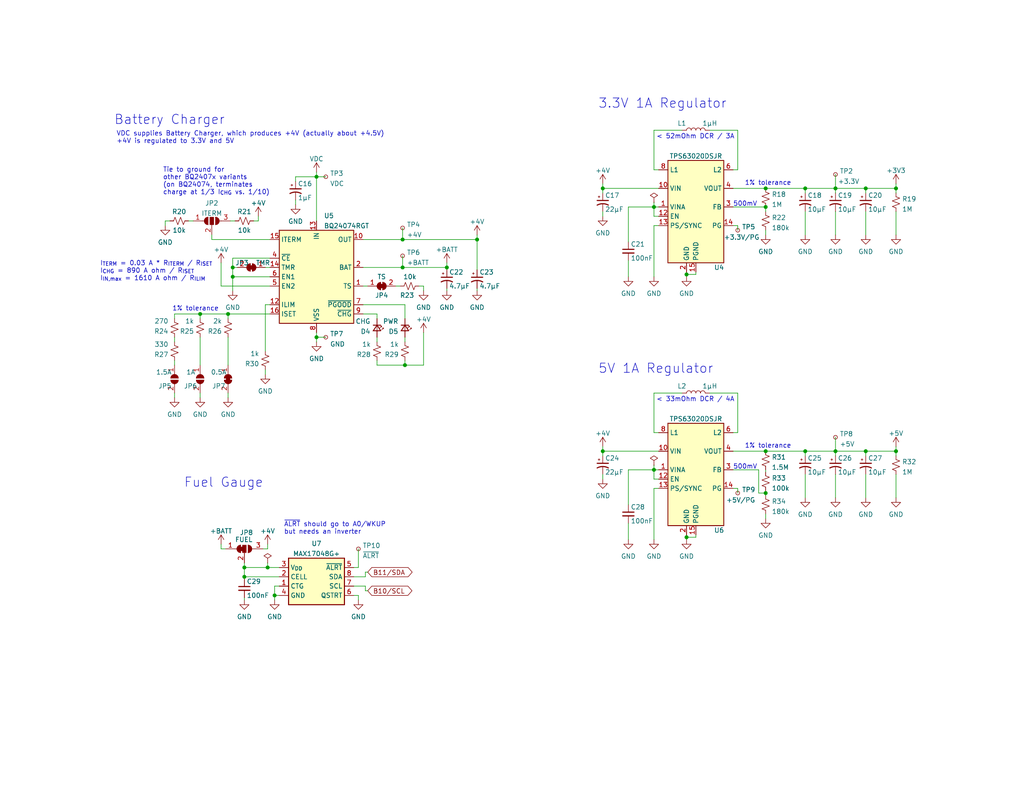
<source format=kicad_sch>
(kicad_sch (version 20211123) (generator eeschema)
  (paper "USLetter")
  (title_block (title "STM32 with Battery") (date "2022-09-15") (rev "1") (company "#overviewer") (comment 1 "STM32 Development Board"))
  (lib_symbols
    (symbol "Battery_Management:BQ24074RGT"
      (property "Reference" "U" (at -8.89 13.97 0))
      (property "Value" "BQ24074RGT" (at 16.51 13.97 0))
      (symbol "BQ24074RGT_1_1"
        (pin passive line (at 12.7 -2.54 180) (length 2.54) (name "TS") (number "1"))
        (pin power_out line (at 12.7 10.16 180) (length 2.54) (name "OUT") (number "10"))
        (pin passive line (at 12.7 10.16 180) (length 2.54) hide (name "OUT") (number "11"))
        (pin passive line (at -12.7 -7.62 0) (length 2.54) (name "ILIM") (number "12"))
        (pin power_in line (at 0 15.24 270) (length 2.54) (name "IN") (number "13"))
        (pin input line (at -12.7 2.54 0) (length 2.54) (name "TMR") (number "14"))
        (pin input line (at -12.7 10.16 0) (length 2.54) (name "ITERM") (number "15"))
        (pin passive line (at -12.7 -10.16 0) (length 2.54) (name "ISET") (number "16"))
        (pin passive line (at 0 -15.24 90) (length 2.54) hide (name "VSS") (number "17"))
        (pin power_out line (at 12.7 2.54 180) (length 2.54) (name "BAT") (number "2"))
        (pin passive line (at 12.7 2.54 180) (length 2.54) hide (name "BAT") (number "3"))
        (pin input line (at -12.7 5.08 0) (length 2.54) (name "~{CE}") (number "4"))
        (pin input line (at -12.7 -2.54 0) (length 2.54) (name "EN2") (number "5"))
        (pin input line (at -12.7 0 0) (length 2.54) (name "EN1") (number "6"))
        (pin open_collector line (at 12.7 -7.62 180) (length 2.54) (name "~{PGOOD}") (number "7"))
        (pin power_in line (at 0 -15.24 90) (length 2.54) (name "VSS") (number "8"))
        (pin open_collector line (at 12.7 -10.16 180) (length 2.54) (name "~{CHG}") (number "9"))
      )
    )
    (symbol "Connector:TestPoint_Small" (pin_numbers hide) (pin_names (offset 0.762) hide)
      (property "Reference" "TP" (at 0 3.81 0))
      (property "Value" "TestPoint_Small" (at 0 2.032 0))
      (symbol "TestPoint_Small_1_1"
        (pin passive line (at 0 0 90) (length 0) (name "1") (number "1"))
      )
    )
    (symbol "Device:C_Polarized_Small_US" (pin_numbers hide) (pin_names (offset 0.254) hide)
      (property "Reference" "C" (at 0.254 1.778 0))
      (property "Value" "C_Polarized_Small_US" (at 0.254 -2.032 0))
      (symbol "C_Polarized_Small_US_1_1"
        (pin passive line (at 0 2.54 270) (length 2.032) (name "~") (number "1"))
        (pin passive line (at 0 -2.54 90) (length 2.032) (name "~") (number "2"))
      )
    )
    (symbol "Device:C_Small" (pin_numbers hide) (pin_names (offset 0.254) hide)
      (property "Reference" "C" (at 0.254 1.778 0))
      (property "Value" "C_Small" (at 0.254 -2.032 0))
      (symbol "C_Small_1_1"
        (pin passive line (at 0 2.54 270) (length 2.032) (name "~") (number "1"))
        (pin passive line (at 0 -2.54 90) (length 2.032) (name "~") (number "2"))
      )
    )
    (symbol "Device:L" (pin_numbers hide) (pin_names (offset 1.016) hide)
      (property "Reference" "L" (at -1.27 0 90))
      (property "Value" "L" (at 1.905 0 90))
      (symbol "L_1_1"
        (pin passive line (at 0 3.81 270) (length 1.27) (name "1") (number "1"))
        (pin passive line (at 0 -3.81 90) (length 1.27) (name "2") (number "2"))
      )
    )
    (symbol "Device:LED_Small" (pin_numbers hide) (pin_names (offset 0.254) hide)
      (property "Reference" "D" (at -1.27 3.175 0))
      (property "Value" "LED_Small" (at -4.445 -2.54 0))
      (symbol "LED_Small_1_1"
        (pin passive line (at -2.54 0 0) (length 1.778) (name "K") (number "1"))
        (pin passive line (at 2.54 0 180) (length 1.778) (name "A") (number "2"))
      )
    )
    (symbol "Device:R_Small_US" (pin_numbers hide) (pin_names (offset 0.254) hide)
      (property "Reference" "R" (at 0.762 0.508 0))
      (property "Value" "R_Small_US" (at 0.762 -1.016 0))
      (symbol "R_Small_US_1_1"
        (pin passive line (at 0 2.54 270) (length 1.016) (name "~") (number "1"))
        (pin passive line (at 0 -2.54 90) (length 1.016) (name "~") (number "2"))
      )
    )
    (symbol "Jumper:SolderJumper_2_Bridged" (pin_names (offset 0) hide)
      (property "Reference" "JP" (at 0 2.032 0))
      (property "Value" "SolderJumper_2_Bridged" (at 0 -2.54 0))
      (symbol "SolderJumper_2_Bridged_1_1"
        (pin passive line (at -3.81 0 0) (length 2.54) (name "A") (number "1"))
        (pin passive line (at 3.81 0 180) (length 2.54) (name "B") (number "2"))
      )
    )
    (symbol "Jumper:SolderJumper_2_Open" (pin_names (offset 0) hide)
      (property "Reference" "JP" (at 0 2.032 0))
      (property "Value" "SolderJumper_2_Open" (at 0 -2.54 0))
      (symbol "SolderJumper_2_Open_1_1"
        (pin passive line (at -3.81 0 0) (length 2.54) (name "A") (number "1"))
        (pin passive line (at 3.81 0 180) (length 2.54) (name "B") (number "2"))
      )
    )
    (symbol "Jumper:SolderJumper_3_Bridged12" (pin_names (offset 0) hide)
      (property "Reference" "JP" (at -2.54 -2.54 0))
      (property "Value" "SolderJumper_3_Bridged12" (at 0 2.794 0))
      (symbol "SolderJumper_3_Bridged12_1_1"
        (pin passive line (at -5.08 0 0) (length 2.54) (name "A") (number "1"))
        (pin input line (at 0 -3.81 90) (length 2.54) (name "C") (number "2"))
        (pin passive line (at 5.08 0 180) (length 2.54) (name "B") (number "3"))
      )
    )
    (symbol "Jumper:SolderJumper_3_Open" (pin_names (offset 0) hide)
      (property "Reference" "JP" (at -2.54 -2.54 0))
      (property "Value" "SolderJumper_3_Open" (at 0 2.794 0))
      (symbol "SolderJumper_3_Open_1_1"
        (pin passive line (at -5.08 0 0) (length 2.54) (name "A") (number "1"))
        (pin input line (at 0 -3.81 90) (length 2.54) (name "C") (number "2"))
        (pin passive line (at 5.08 0 180) (length 2.54) (name "B") (number "3"))
      )
    )
    (symbol "local-symbols:MAX17048G+"
      (property "Reference" "U" (at -7.62 10.16 0))
      (property "Value" "MAX17048G+" (at -7.62 7.62 0))
      (symbol "MAX17048G+_1_1"
        (pin input line (at -10.16 -1.27 0) (length 2.54) (name "CTG") (number "1"))
        (pin input line (at -10.16 1.27 0) (length 2.54) (name "CELL") (number "2"))
        (pin power_in line (at -10.16 3.81 0) (length 2.54) (name "V_{DD}") (number "3"))
        (pin power_in line (at -10.16 -3.81 0) (length 2.54) (name "GND") (number "4"))
        (pin output line (at 10.16 3.81 180) (length 2.54) (name "~{ALRT}") (number "5"))
        (pin input line (at 10.16 -3.81 180) (length 2.54) (name "QSTRT") (number "6"))
        (pin input line (at 10.16 -1.27 180) (length 2.54) (name "SCL") (number "7"))
        (pin bidirectional line (at 10.16 1.27 180) (length 2.54) (name "SDA") (number "8"))
      )
    )
    (symbol "local-symbols:TPS63020DSJR"
      (property "Reference" "U" (at -7.62 13.97 0))
      (property "Value" "TPS63020DSJR" (at 5.08 13.97 0))
      (symbol "TPS63020DSJR_1_1"
        (pin power_in line (at -10.16 0 0) (length 2.54) (name "VINA") (number "1"))
        (pin power_in line (at -10.16 5.08 0) (length 2.54) (name "VIN") (number "10"))
        (pin passive line (at -10.16 5.08 0) (length 2.54) hide (name "VIN") (number "11"))
        (pin input line (at -10.16 -2.54 0) (length 2.54) (name "EN") (number "12"))
        (pin input line (at -10.16 -5.08 0) (length 2.54) (name "PS/SYNC") (number "13"))
        (pin output line (at 10.16 -5.08 180) (length 2.54) (name "PG") (number "14"))
        (pin power_in line (at 0 -17.78 90) (length 2.54) (name "PGND") (number "15"))
        (pin power_in line (at -2.54 -17.78 90) (length 2.54) (name "GND") (number "2"))
        (pin input line (at 10.16 0 180) (length 2.54) (name "FB") (number "3"))
        (pin power_out line (at 10.16 5.08 180) (length 2.54) (name "VOUT") (number "4"))
        (pin passive line (at 10.16 5.08 180) (length 2.54) hide (name "VOUT") (number "5"))
        (pin bidirectional line (at 10.16 10.16 180) (length 2.54) (name "L2") (number "6"))
        (pin passive line (at 10.16 10.16 180) (length 2.54) hide (name "L2") (number "7"))
        (pin bidirectional line (at -10.16 10.16 0) (length 2.54) (name "L1") (number "8"))
        (pin passive line (at -10.16 10.16 0) (length 2.54) hide (name "L1") (number "9"))
      )
    )
    (symbol "power:+3.3V" (power) (pin_names (offset 0))
      (property "Value" "+3.3V" (at 0 3.556 0))
      (symbol "+3.3V_1_1"
        (pin power_in line (at 0 0 90) (length 0) hide (name "+3V3") (number "1"))
      )
    )
    (symbol "power:+4V" (power) (pin_names (offset 0))
      (property "Value" "+4V" (at 0 3.556 0))
      (symbol "+4V_1_1"
        (pin power_in line (at 0 0 90) (length 0) hide (name "+4V") (number "1"))
      )
    )
    (symbol "power:+5V" (power) (pin_names (offset 0))
      (property "Value" "+5V" (at 0 3.556 0))
      (symbol "+5V_1_1"
        (pin power_in line (at 0 0 90) (length 0) hide (name "+5V") (number "1"))
      )
    )
    (symbol "power:+BATT" (power) (pin_names (offset 0))
      (property "Value" "+BATT" (at 0 3.556 0))
      (symbol "+BATT_1_1"
        (pin power_in line (at 0 0 90) (length 0) hide (name "+BATT") (number "1"))
      )
    )
    (symbol "power:GND" (power) (pin_names (offset 0))
      (property "Value" "GND" (at 0 -3.81 0))
      (symbol "GND_1_1"
        (pin power_in line (at 0 0 270) (length 0) hide (name "GND") (number "1"))
      )
    )
    (symbol "power:PWR_FLAG" (power) (pin_numbers hide) (pin_names (offset 0) hide)
      (property "Value" "PWR_FLAG" (at 0 3.81 0))
      (symbol "PWR_FLAG_0_0"
        (pin power_out line (at 0 0 90) (length 0) (name "pwr") (number "1"))
      )
    )
    (symbol "power:VDC" (power) (pin_names (offset 0))
      (property "Value" "VDC" (at 0 6.35 0))
      (symbol "VDC_1_1"
        (pin power_in line (at 0 0 90) (length 0) hide (name "VDC") (number "1"))
      )
    )
  )
  (junction (at 219.71 123.19))
  (junction (at 178.435 128.27))
  (junction (at 86.36 92.075))
  (junction (at 208.915 134.62))
  (junction (at 187.325 146.685))
  (junction (at 121.92 73.025))
  (junction (at 208.915 123.19))
  (junction (at 63.5 75.565))
  (junction (at 130.175 65.405))
  (junction (at 208.915 56.515))
  (junction (at 164.465 123.19))
  (junction (at 66.675 157.48))
  (junction (at 227.965 51.435))
  (junction (at 219.71 51.435))
  (junction (at 164.465 51.435))
  (junction (at 110.49 99.695))
  (junction (at 86.36 48.26))
  (junction (at 73.025 154.94))
  (junction (at 236.22 51.435))
  (junction (at 63.5 73.025))
  (junction (at 244.475 123.19))
  (junction (at 109.855 65.405))
  (junction (at 54.61 85.725))
  (junction (at 244.475 51.435))
  (junction (at 227.965 123.19))
  (junction (at 62.23 85.725))
  (junction (at 236.22 123.19))
  (junction (at 66.675 154.94))
  (junction (at 178.435 56.515))
  (junction (at 187.325 74.93))
  (junction (at 74.93 162.56))
  (junction (at 109.855 73.025))
  (junction (at 208.915 51.435))
  (wire (pts (xy 164.465 57.785) (xy 164.465 59.055)))
  (wire (pts (xy 60.325 149.86) (xy 60.325 148.59)))
  (wire (pts (xy 86.36 46.99) (xy 86.36 48.26)))
  (wire (pts (xy 109.855 65.405) (xy 130.175 65.405)))
  (wire (pts (xy 70.485 59.055) (xy 70.485 60.325)))
  (wire (pts (xy 72.39 73.025) (xy 73.66 73.025)))
  (wire (pts (xy 73.025 154.94) (xy 66.675 154.94)))
  (wire (pts (xy 66.675 157.48) (xy 66.675 158.115)))
  (wire (pts (xy 200.025 128.27) (xy 207.01 128.27)))
  (wire (pts (xy 109.855 62.23) (xy 109.855 65.405)))
  (wire (pts (xy 178.435 127) (xy 178.435 128.27)))
  (wire (pts (xy 201.295 107.315) (xy 193.675 107.315)))
  (wire (pts (xy 57.785 64.135) (xy 57.785 65.405)))
  (wire (pts (xy 47.625 92.075) (xy 47.625 93.345)))
  (wire (pts (xy 179.705 118.11) (xy 178.435 118.11)))
  (wire (pts (xy 189.865 74.295) (xy 189.865 74.93)))
  (wire (pts (xy 244.475 50.165) (xy 244.475 51.435)))
  (wire (pts (xy 54.61 92.075) (xy 54.61 99.695)))
  (wire (pts (xy 97.79 149.86) (xy 97.79 154.94)))
  (wire (pts (xy 164.465 123.19) (xy 179.705 123.19)))
  (wire (pts (xy 66.675 157.48) (xy 76.2 157.48)))
  (wire (pts (xy 164.465 51.435) (xy 179.705 51.435)))
  (wire (pts (xy 73.025 153.67) (xy 73.025 154.94)))
  (wire (pts (xy 244.475 123.19) (xy 244.475 124.46)))
  (wire (pts (xy 178.435 35.56) (xy 178.435 46.355)))
  (wire (pts (xy 178.435 56.515) (xy 171.45 56.515)))
  (wire (pts (xy 100.33 156.21) (xy 99.695 156.21)))
  (wire (pts (xy 201.295 35.56) (xy 201.295 46.355)))
  (wire (pts (xy 189.865 146.05) (xy 189.865 146.685)))
  (wire (pts (xy 96.52 154.94) (xy 97.79 154.94)))
  (wire (pts (xy 179.705 130.81) (xy 178.435 130.81)))
  (wire (pts (xy 201.295 107.315) (xy 201.295 118.11)))
  (wire (pts (xy 187.325 74.93) (xy 187.325 74.295)))
  (wire (pts (xy 236.22 52.705) (xy 236.22 51.435)))
  (wire (pts (xy 99.695 161.29) (xy 99.695 160.02)))
  (wire (pts (xy 86.36 90.805) (xy 86.36 92.075)))
  (wire (pts (xy 121.92 71.755) (xy 121.92 73.025)))
  (wire (pts (xy 47.625 86.995) (xy 47.625 85.725)))
  (wire (pts (xy 99.06 65.405) (xy 109.855 65.405)))
  (wire (pts (xy 207.01 134.62) (xy 208.915 134.62)))
  (wire (pts (xy 236.22 51.435) (xy 227.965 51.435)))
  (wire (pts (xy 102.87 98.425) (xy 102.87 99.695)))
  (wire (pts (xy 86.36 92.075) (xy 86.36 93.345)))
  (wire (pts (xy 178.435 61.595) (xy 178.435 75.565)))
  (wire (pts (xy 236.22 57.785) (xy 236.22 64.135)))
  (wire (pts (xy 219.71 52.705) (xy 219.71 51.435)))
  (wire (pts (xy 244.475 129.54) (xy 244.475 135.89)))
  (wire (pts (xy 99.695 156.21) (xy 99.695 157.48)))
  (wire (pts (xy 76.2 162.56) (xy 74.93 162.56)))
  (wire (pts (xy 200.025 46.355) (xy 201.295 46.355)))
  (wire (pts (xy 236.22 123.19) (xy 227.965 123.19)))
  (wire (pts (xy 187.325 146.685) (xy 187.325 147.32)))
  (wire (pts (xy 45.085 60.325) (xy 45.085 61.595)))
  (wire (pts (xy 63.5 73.025) (xy 63.5 75.565)))
  (wire (pts (xy 227.965 123.19) (xy 219.71 123.19)))
  (wire (pts (xy 179.705 133.35) (xy 178.435 133.35)))
  (wire (pts (xy 130.175 64.135) (xy 130.175 65.405)))
  (wire (pts (xy 201.295 61.595) (xy 201.295 62.865)))
  (wire (pts (xy 200.025 123.19) (xy 208.915 123.19)))
  (wire (pts (xy 107.95 78.105) (xy 109.22 78.105)))
  (wire (pts (xy 63.5 73.025) (xy 63.5 70.485)))
  (wire (pts (xy 62.23 92.075) (xy 62.23 99.695)))
  (wire (pts (xy 187.325 74.93) (xy 187.325 75.565)))
  (wire (pts (xy 86.36 48.26) (xy 86.36 60.325)))
  (wire (pts (xy 236.22 124.46) (xy 236.22 123.19)))
  (wire (pts (xy 62.23 85.725) (xy 62.23 86.995)))
  (wire (pts (xy 200.025 118.11) (xy 201.295 118.11)))
  (wire (pts (xy 64.77 73.025) (xy 63.5 73.025)))
  (wire (pts (xy 61.595 149.86) (xy 60.325 149.86)))
  (wire (pts (xy 208.915 140.335) (xy 208.915 141.605)))
  (wire (pts (xy 110.49 92.075) (xy 110.49 93.345)))
  (wire (pts (xy 99.06 73.025) (xy 109.855 73.025)))
  (wire (pts (xy 99.06 78.105) (xy 100.33 78.105)))
  (wire (pts (xy 200.025 56.515) (xy 208.915 56.515)))
  (wire (pts (xy 227.965 124.46) (xy 227.965 123.19)))
  (wire (pts (xy 80.645 49.53) (xy 80.645 48.26)))
  (wire (pts (xy 100.33 161.29) (xy 99.695 161.29)))
  (wire (pts (xy 121.92 78.74) (xy 121.92 79.375)))
  (wire (pts (xy 115.57 99.695) (xy 110.49 99.695)))
  (wire (pts (xy 121.92 73.025) (xy 121.92 73.66)))
  (wire (pts (xy 66.675 163.195) (xy 66.675 163.83)))
  (wire (pts (xy 187.325 146.685) (xy 187.325 146.05)))
  (wire (pts (xy 227.965 52.705) (xy 227.965 51.435)))
  (wire (pts (xy 54.61 85.725) (xy 62.23 85.725)))
  (wire (pts (xy 171.45 128.27) (xy 171.45 137.795)))
  (wire (pts (xy 76.2 160.02) (xy 74.93 160.02)))
  (wire (pts (xy 171.45 142.875) (xy 171.45 147.32)))
  (wire (pts (xy 164.465 129.54) (xy 164.465 130.81)))
  (wire (pts (xy 130.175 65.405) (xy 130.175 73.66)))
  (wire (pts (xy 115.57 90.805) (xy 115.57 99.695)))
  (wire (pts (xy 62.23 107.315) (xy 62.23 108.585)))
  (wire (pts (xy 115.57 78.105) (xy 115.57 79.375)))
  (wire (pts (xy 208.915 56.515) (xy 208.915 57.785)))
  (wire (pts (xy 164.465 121.92) (xy 164.465 123.19)))
  (wire (pts (xy 178.435 128.27) (xy 171.45 128.27)))
  (wire (pts (xy 200.025 133.35) (xy 201.295 133.35)))
  (wire (pts (xy 62.865 60.325) (xy 64.135 60.325)))
  (wire (pts (xy 102.87 99.695) (xy 110.49 99.695)))
  (wire (pts (xy 189.865 146.685) (xy 187.325 146.685)))
  (wire (pts (xy 62.23 85.725) (xy 73.66 85.725)))
  (wire (pts (xy 74.93 162.56) (xy 74.93 163.83)))
  (wire (pts (xy 164.465 50.165) (xy 164.465 51.435)))
  (wire (pts (xy 51.435 60.325) (xy 52.705 60.325)))
  (wire (pts (xy 96.52 162.56) (xy 97.79 162.56)))
  (wire (pts (xy 102.87 86.995) (xy 102.87 85.725)))
  (wire (pts (xy 219.71 123.19) (xy 208.915 123.19)))
  (wire (pts (xy 227.965 119.38) (xy 227.965 123.19)))
  (wire (pts (xy 73.025 149.86) (xy 73.025 148.59)))
  (wire (pts (xy 102.87 85.725) (xy 99.06 85.725)))
  (wire (pts (xy 80.645 48.26) (xy 86.36 48.26)))
  (wire (pts (xy 200.025 61.595) (xy 201.295 61.595)))
  (wire (pts (xy 208.915 133.985) (xy 208.915 134.62)))
  (wire (pts (xy 109.855 73.025) (xy 121.92 73.025)))
  (wire (pts (xy 219.71 124.46) (xy 219.71 123.19)))
  (wire (pts (xy 171.45 71.12) (xy 171.45 75.565)))
  (wire (pts (xy 179.705 59.055) (xy 178.435 59.055)))
  (wire (pts (xy 74.93 160.02) (xy 74.93 162.56)))
  (wire (pts (xy 96.52 160.02) (xy 99.695 160.02)))
  (wire (pts (xy 201.295 133.35) (xy 201.295 134.62)))
  (wire (pts (xy 60.325 71.755) (xy 60.325 78.105)))
  (wire (pts (xy 178.435 35.56) (xy 186.055 35.56)))
  (wire (pts (xy 72.39 83.185) (xy 73.66 83.185)))
  (wire (pts (xy 86.36 92.075) (xy 88.9 92.075)))
  (wire (pts (xy 200.025 51.435) (xy 208.915 51.435)))
  (wire (pts (xy 164.465 51.435) (xy 164.465 52.705)))
  (wire (pts (xy 208.915 62.865) (xy 208.915 64.135)))
  (wire (pts (xy 70.485 60.325) (xy 69.215 60.325)))
  (wire (pts (xy 178.435 133.35) (xy 178.435 147.32)))
  (wire (pts (xy 54.61 107.315) (xy 54.61 108.585)))
  (wire (pts (xy 179.705 46.355) (xy 178.435 46.355)))
  (wire (pts (xy 63.5 75.565) (xy 63.5 79.375)))
  (wire (pts (xy 244.475 52.705) (xy 244.475 51.435)))
  (wire (pts (xy 219.71 57.785) (xy 219.71 64.135)))
  (wire (pts (xy 236.22 123.19) (xy 244.475 123.19)))
  (wire (pts (xy 86.36 48.26) (xy 88.9 48.26)))
  (wire (pts (xy 102.87 92.075) (xy 102.87 93.345)))
  (wire (pts (xy 114.3 78.105) (xy 115.57 78.105)))
  (wire (pts (xy 179.705 56.515) (xy 178.435 56.515)))
  (wire (pts (xy 244.475 121.92) (xy 244.475 123.19)))
  (wire (pts (xy 110.49 86.995) (xy 110.49 83.185)))
  (wire (pts (xy 57.785 65.405) (xy 73.66 65.405)))
  (wire (pts (xy 97.79 162.56) (xy 97.79 163.83)))
  (wire (pts (xy 178.435 107.315) (xy 186.055 107.315)))
  (wire (pts (xy 178.435 130.81) (xy 178.435 128.27)))
  (wire (pts (xy 179.705 128.27) (xy 178.435 128.27)))
  (wire (pts (xy 47.625 85.725) (xy 54.61 85.725)))
  (wire (pts (xy 178.435 59.055) (xy 178.435 56.515)))
  (wire (pts (xy 110.49 83.185) (xy 99.06 83.185)))
  (wire (pts (xy 236.22 51.435) (xy 244.475 51.435)))
  (wire (pts (xy 208.915 128.27) (xy 208.915 128.905)))
  (wire (pts (xy 47.625 107.315) (xy 47.625 108.585)))
  (wire (pts (xy 72.39 83.185) (xy 72.39 95.885)))
  (wire (pts (xy 46.355 60.325) (xy 45.085 60.325)))
  (wire (pts (xy 219.71 51.435) (xy 208.915 51.435)))
  (wire (pts (xy 227.965 57.785) (xy 227.965 64.135)))
  (wire (pts (xy 72.39 100.965) (xy 72.39 102.235)))
  (wire (pts (xy 164.465 123.19) (xy 164.465 124.46)))
  (wire (pts (xy 227.965 47.625) (xy 227.965 51.435)))
  (wire (pts (xy 73.66 75.565) (xy 63.5 75.565)))
  (wire (pts (xy 244.475 57.785) (xy 244.475 64.135)))
  (wire (pts (xy 96.52 157.48) (xy 99.695 157.48)))
  (wire (pts (xy 109.855 69.85) (xy 109.855 73.025)))
  (wire (pts (xy 130.175 78.74) (xy 130.175 79.375)))
  (wire (pts (xy 60.325 78.105) (xy 73.66 78.105)))
  (wire (pts (xy 171.45 56.515) (xy 171.45 66.04)))
  (wire (pts (xy 208.915 134.62) (xy 208.915 135.255)))
  (wire (pts (xy 66.675 153.67) (xy 66.675 154.94)))
  (wire (pts (xy 66.675 154.94) (xy 66.675 157.48)))
  (wire (pts (xy 76.2 154.94) (xy 73.025 154.94)))
  (wire (pts (xy 178.435 107.315) (xy 178.435 118.11)))
  (wire (pts (xy 227.965 129.54) (xy 227.965 135.89)))
  (wire (pts (xy 219.71 129.54) (xy 219.71 135.89)))
  (wire (pts (xy 207.01 128.27) (xy 207.01 134.62)))
  (wire (pts (xy 201.295 35.56) (xy 193.675 35.56)))
  (wire (pts (xy 178.435 55.245) (xy 178.435 56.515)))
  (wire (pts (xy 71.755 149.86) (xy 73.025 149.86)))
  (wire (pts (xy 189.865 74.93) (xy 187.325 74.93)))
  (wire (pts (xy 80.645 54.61) (xy 80.645 55.88)))
  (wire (pts (xy 63.5 70.485) (xy 73.66 70.485)))
  (wire (pts (xy 110.49 98.425) (xy 110.49 99.695)))
  (wire (pts (xy 236.22 129.54) (xy 236.22 135.89)))
  (wire (pts (xy 179.705 61.595) (xy 178.435 61.595)))
  (wire (pts (xy 54.61 85.725) (xy 54.61 86.995)))
  (wire (pts (xy 47.625 98.425) (xy 47.625 99.695)))
  (wire (pts (xy 227.965 51.435) (xy 219.71 51.435)))
  (text "Fuel Gauge" (at 50.165 133.35 0) (effects (font (size 2.54 2.54)) (justify left bottom)))
  (text "1% tolerance" (at 203.2 50.8 0) (effects (font (size 1.27 1.27)) (justify left bottom)))
  (text "5V 1A Regulator" (at 163.195 102.235 0) (effects (font (size 2.54 2.54)) (justify left bottom)))
  (text "VDC supplies Battery Charger, which produces +4V (actually about +4.5V)\n+4V is regulated to 3.3V and 5V" (at 31.75 39.37 0) (effects (font (size 1.27 1.27)) (justify left bottom)))
  (text "1% tolerance" (at 46.99 85.09 0) (effects (font (size 1.27 1.27)) (justify left bottom)))
  (text "500mV" (at 200.025 56.515 0) (effects (font (size 1.27 1.27)) (justify left bottom)))
  (text "~{ALRT} should go to A0/WKUP\nbut needs an inverter" (at 77.47 146.05 0) (effects (font (size 1.27 1.27)) (justify left bottom)))
  (text "< 33mOhm DCR / 4A" (at 179.07 109.855 0) (effects (font (size 1.27 1.27)) (justify left bottom)))
  (text "< 52mOhm DCR / 3A" (at 179.07 38.1 0) (effects (font (size 1.27 1.27)) (justify left bottom)))
  (text "I_{TERM} = 0.03 A * R_{ITERM} / R_{ISET}\nI_{CHG} = 890 A ohm / R_{ISET}\nI_{IN,max} = 1610 A ohm / R_{ILIM}" (at 27.305 76.835 0) (effects (font (size 1.27 1.27)) (justify left bottom)))
  (text "Tie to ground for\nother BQ2407x variants\n(on BQ24074, terminates\ncharge at 1/3 I_{CHG} vs. 1/10)" (at 44.45 53.34 0) (effects (font (size 1.27 1.27)) (justify left bottom)))
  (text "1% tolerance" (at 203.2 122.555 0) (effects (font (size 1.27 1.27)) (justify left bottom)))
  (text "3.3V 1A Regulator" (at 163.195 29.845 0) (effects (font (size 2.54 2.54)) (justify left bottom)))
  (text "500mV" (at 200.025 128.27 0) (effects (font (size 1.27 1.27)) (justify left bottom)))
  (text "Battery Charger" (at 31.115 34.29 0) (effects (font (size 2.54 2.54)) (justify left bottom)))
  (global_label "B10{slash}SCL" (shape bidirectional) (at 100.33 161.29 0) (property "Intersheet References" "${INTERSHEET_REFS}" (effects hide)))
  (global_label "B11{slash}SDA" (shape bidirectional) (at 100.33 156.21 0) (property "Intersheet References" "${INTERSHEET_REFS}" (effects hide)))
  (symbol (lib_id "Jumper:SolderJumper_2_Bridged") (at 68.58 73.025 180) (unit 1)
    (property "Reference" "JP3" (at 66.04 71.755 0))
    (property "Value" "TMR" (at 71.755 71.755 0))
    (property "Footprint" "Jumper:SolderJumper-2_P1.3mm_Bridged_RoundedPad1.0x1.5mm" (effects hide))
  )
  (symbol (lib_id "power:GND") (at 178.435 147.32 0) (unit 1)
    (property "Reference" "#PWR084" (effects hide))
    (property "Value" "GND" (at 178.435 151.8825 0))
  )
  (symbol (lib_id "power:GND") (at 164.465 59.055 0) (unit 1)
    (property "Reference" "#PWR052" (effects hide))
    (property "Value" "GND" (at 164.465 63.6175 0))
  )
  (symbol (lib_id "power:GND") (at 236.22 135.89 0) (unit 1)
    (property "Reference" "#PWR080" (effects hide))
    (property "Value" "GND" (at 236.22 140.4525 0))
  )
  (symbol (lib_id "Device:R_Small_US") (at 66.675 60.325 90) (unit 1)
    (property "Reference" "R21" (at 66.675 57.785 90))
    (property "Value" "10k" (at 66.675 62.865 90))
    (property "Footprint" "Resistor_SMD:R_0603_1608Metric" (effects hide))
    (property "Datasheet" "https://datasheet.lcsc.com/lcsc/2206010045_UNI-ROYAL-Uniroyal-Elec-0603WAF1002T5E_C25804.pdf" (effects hide))
    (property "LCSC Part #" "C25804" (effects hide))
  )
  (symbol (lib_id "Device:R_Small_US") (at 110.49 95.885 180) (unit 1)
    (property "Reference" "R29" (at 108.839 96.7935 0) (effects (justify left)))
    (property "Value" "1k" (at 108.839 94.0184 0) (effects (justify left)))
    (property "Footprint" "Resistor_SMD:R_0603_1608Metric" (effects hide))
    (property "Datasheet" "https://datasheet.lcsc.com/lcsc/2206010130_UNI-ROYAL-Uniroyal-Elec-0603WAF1001T5E_C21190.pdf" (effects hide))
    (property "LCSC Part #" "C21190" (effects hide))
  )
  (symbol (lib_id "Device:R_Small_US") (at 208.915 131.445 0) (unit 1)
    (property "Reference" "R33" (at 210.566 130.5365 0) (effects (justify left)))
    (property "Value" "100k" (at 210.566 133.3116 0) (effects (justify left)))
    (property "Footprint" "Resistor_SMD:R_0603_1608Metric" (effects hide))
    (property "Datasheet" "https://datasheet.lcsc.com/lcsc/2206010045_UNI-ROYAL-Uniroyal-Elec-0603WAF1003T5E_C25803.pdf" (effects hide))
    (property "LCSC Part #" "C25803" (effects hide))
  )
  (symbol (lib_id "power:GND") (at 74.93 163.83 0) (unit 1)
    (property "Reference" "#PWR089" (effects hide))
    (property "Value" "GND" (at 74.93 168.3925 0))
  )
  (symbol (lib_id "Device:R_Small_US") (at 54.61 89.535 180) (unit 1)
    (property "Reference" "R25" (at 52.959 90.4435 0) (effects (justify left)))
    (property "Value" "1k" (at 52.959 87.6684 0) (effects (justify left)))
    (property "Footprint" "Resistor_SMD:R_0603_1608Metric" (effects hide))
    (property "Datasheet" "https://datasheet.lcsc.com/lcsc/2206010130_UNI-ROYAL-Uniroyal-Elec-0603WAF1001T5E_C21190.pdf" (effects hide))
    (property "LCSC Part #" "C21190" (effects hide))
  )
  (symbol (lib_id "Jumper:SolderJumper_2_Bridged") (at 104.14 78.105 0) (unit 1)
    (property "Reference" "JP4" (at 104.14 80.645 0))
    (property "Value" "TS" (at 104.14 75.565 0))
    (property "Footprint" "Jumper:SolderJumper-2_P1.3mm_Bridged_RoundedPad1.0x1.5mm" (effects hide))
  )
  (symbol (lib_id "Device:L") (at 189.865 35.56 90) (unit 1)
    (property "Reference" "L1" (at 186.055 33.655 90))
    (property "Value" "1µH" (at 193.675 33.655 90))
    (property "Footprint" "local-footprints:SWPA6020S" (effects hide))
    (property "Datasheet" "https://datasheet.lcsc.com/lcsc/2110091730_Sunlord-SWPA6020S1R0MT_C98200.pdf" (effects hide))
    (property "LCSC Part #" "C98200" (effects hide))
  )
  (symbol (lib_id "Connector:TestPoint_Small") (at 88.9 48.26 0) (unit 1)
    (property "Reference" "TP3" (at 90.043 47.3515 0) (effects (justify left)))
    (property "Value" "VDC" (at 90.043 50.1266 0) (effects (justify left)))
    (property "Footprint" "TestPoint:TestPoint_THTPad_D1.0mm_Drill0.5mm" (effects hide))
  )
  (symbol (lib_id "Connector:TestPoint_Small") (at 227.965 47.625 0) (unit 1)
    (property "Reference" "TP2" (at 229.108 46.7165 0) (effects (justify left)))
    (property "Value" "+3.3V" (at 228.6 49.53 0) (effects (justify left)))
    (property "Footprint" "TestPoint:TestPoint_THTPad_D1.0mm_Drill0.5mm" (effects hide))
  )
  (symbol (lib_id "Device:R_Small_US") (at 111.76 78.105 90) (unit 1)
    (property "Reference" "R23" (at 113.03 80.645 90) (effects (justify left)))
    (property "Value" "10k" (at 113.665 75.565 90) (effects (justify left)))
    (property "Footprint" "Resistor_SMD:R_0603_1608Metric" (effects hide))
    (property "Datasheet" "https://datasheet.lcsc.com/lcsc/2206010045_UNI-ROYAL-Uniroyal-Elec-0603WAF1002T5E_C25804.pdf" (effects hide))
    (property "LCSC Part #" "C25804" (effects hide))
  )
  (symbol (lib_id "Connector:TestPoint_Small") (at 109.855 69.85 0) (unit 1)
    (property "Reference" "TP6" (at 110.998 68.9415 0) (effects (justify left)))
    (property "Value" "+BATT" (at 110.998 71.7166 0) (effects (justify left)))
    (property "Footprint" "TestPoint:TestPoint_THTPad_D1.0mm_Drill0.5mm" (effects hide))
  )
  (symbol (lib_id "Device:C_Polarized_Small_US") (at 164.465 55.245 0) (unit 1)
    (property "Reference" "C17" (at 165.1 53.34 0) (effects (justify left)))
    (property "Value" "22µF" (at 165.1 57.15 0) (effects (justify left)))
    (property "Footprint" "Capacitor_SMD:C_1206_3216Metric" (effects hide))
    (property "Datasheet" "https://datasheet.lcsc.com/lcsc/1811031514_Samsung-Electro-Mechanics-CL31A226KAHNNNE_C12891.pdf" (effects hide))
    (property "LCSC Part #" "C12891" (effects hide))
  )
  (symbol (lib_id "Device:R_Small_US") (at 208.915 137.795 0) (unit 1)
    (property "Reference" "R34" (at 210.566 136.8865 0) (effects (justify left)))
    (property "Value" "180k" (at 210.566 139.6616 0) (effects (justify left)))
    (property "Footprint" "Resistor_SMD:R_0603_1608Metric" (effects hide))
    (property "Datasheet" "https://datasheet.lcsc.com/lcsc/2206010130_UNI-ROYAL-Uniroyal-Elec-0603WAF1803T5E_C22827.pdf" (effects hide))
    (property "LCSC Part #" "C22827" (effects hide))
  )
  (symbol (lib_id "power:+5V") (at 244.475 121.92 0) (unit 1)
    (property "Reference" "#PWR076" (effects hide))
    (property "Value" "+5V" (at 244.475 118.3155 0))
  )
  (symbol (lib_id "power:GND") (at 121.92 79.375 0) (unit 1)
    (property "Reference" "#PWR067" (effects hide))
    (property "Value" "GND" (at 121.92 83.9375 0))
  )
  (symbol (lib_id "power:+4V") (at 130.175 64.135 0) (unit 1)
    (property "Reference" "#PWR054" (effects hide))
    (property "Value" "+4V" (at 130.175 60.5305 0))
  )
  (symbol (lib_id "power:GND") (at 187.325 147.32 0) (unit 1)
    (property "Reference" "#PWR085" (effects hide))
    (property "Value" "GND" (at 187.325 151.8825 0))
  )
  (symbol (lib_id "power:GND") (at 171.45 75.565 0) (unit 1)
    (property "Reference" "#PWR062" (effects hide))
    (property "Value" "GND" (at 171.45 80.1275 0))
  )
  (symbol (lib_id "power:GND") (at 227.965 135.89 0) (unit 1)
    (property "Reference" "#PWR079" (effects hide))
    (property "Value" "GND" (at 227.965 140.4525 0))
  )
  (symbol (lib_id "Device:C_Polarized_Small_US") (at 236.22 127 0) (unit 1)
    (property "Reference" "C27" (at 236.855 125.095 0) (effects (justify left)))
    (property "Value" "10µF" (at 236.855 128.905 0) (effects (justify left)))
    (property "Footprint" "Capacitor_SMD:C_0805_2012Metric" (effects hide))
    (property "Datasheet" "https://datasheet.lcsc.com/lcsc/1811121310_Samsung-Electro-Mechanics-CL21A106KAYNNNE_C15850.pdf" (effects hide))
    (property "LCSC Part #" "C15850" (effects hide))
  )
  (symbol (lib_id "Connector:TestPoint_Small") (at 227.965 119.38 0) (unit 1)
    (property "Reference" "TP8" (at 229.108 118.4715 0) (effects (justify left)))
    (property "Value" "+5V" (at 229.108 121.2466 0) (effects (justify left)))
    (property "Footprint" "TestPoint:TestPoint_THTPad_D1.0mm_Drill0.5mm" (effects hide))
  )
  (symbol (lib_id "Device:R_Small_US") (at 47.625 89.535 180) (unit 1)
    (property "Reference" "R24" (at 45.974 90.4435 0) (effects (justify left)))
    (property "Value" "270" (at 45.974 87.6684 0) (effects (justify left)))
    (property "Footprint" "Resistor_SMD:R_0603_1608Metric" (effects hide))
    (property "Datasheet" "https://datasheet.lcsc.com/lcsc/2206010130_UNI-ROYAL-Uniroyal-Elec-0603WAF2700T5E_C22966.pdf" (effects hide))
    (property "LCSC Part #" "C22966" (effects hide))
  )
  (symbol (lib_id "power:GND") (at 97.79 163.83 0) (unit 1)
    (property "Reference" "#PWR090" (effects hide))
    (property "Value" "GND" (at 97.79 168.3925 0))
  )
  (symbol (lib_id "power:GND") (at 244.475 135.89 0) (unit 1)
    (property "Reference" "#PWR081" (effects hide))
    (property "Value" "GND" (at 244.475 140.4525 0))
  )
  (symbol (lib_id "local-symbols:TPS63020DSJR") (at 189.865 56.515 0) (unit 1)
    (property "Reference" "U4" (at 196.215 73.025 0))
    (property "Value" "TPS63020DSJR" (at 189.865 42.6236 0))
    (property "Footprint" "local-footprints:Texas_R-PVSON-N14_ThermalVias" (effects hide))
    (property "Datasheet" "https://www.ti.com/lit/ds/symlink/tps63020.pdf" (effects hide))
    (property "LCSC Part #" "C15483" (effects hide))
  )
  (symbol (lib_id "power:GND") (at 66.675 163.83 0) (unit 1)
    (property "Reference" "#PWR088" (effects hide))
    (property "Value" "GND" (at 66.675 168.3925 0))
  )
  (symbol (lib_id "Connector:TestPoint_Small") (at 97.79 149.86 0) (unit 1)
    (property "Reference" "TP10" (at 98.933 148.9515 0) (effects (justify left)))
    (property "Value" "~{ALRT}" (at 98.933 151.7266 0) (effects (justify left)))
    (property "Footprint" "TestPoint:TestPoint_THTPad_D1.0mm_Drill0.5mm" (effects hide))
  )
  (symbol (lib_id "power:+4V") (at 60.325 71.755 0) (unit 1)
    (property "Reference" "#PWR060" (effects hide))
    (property "Value" "+4V" (at 60.325 68.1505 0))
  )
  (symbol (lib_id "Device:C_Small") (at 171.45 140.335 0) (unit 1)
    (property "Reference" "C28" (at 172.085 138.43 0) (effects (justify left)))
    (property "Value" "100nF" (at 172.085 142.24 0) (effects (justify left)))
    (property "Footprint" "Capacitor_SMD:C_0603_1608Metric" (effects hide))
    (property "Datasheet" "https://datasheet.lcsc.com/lcsc/1809301912_YAGEO-CC0603KRX7R9BB104_C14663.pdf" (effects hide))
    (property "LCSC Part #" "C14663" (effects hide))
  )
  (symbol (lib_id "Jumper:SolderJumper_2_Open") (at 54.61 103.505 270) (unit 1)
    (property "Reference" "JP6" (at 50.165 105.41 90) (effects (justify left)))
    (property "Value" "1A" (at 50.8 101.6 90) (effects (justify left)))
    (property "Footprint" "Jumper:SolderJumper-2_P1.3mm_Open_RoundedPad1.0x1.5mm" (effects hide))
  )
  (symbol (lib_id "Device:C_Polarized_Small_US") (at 130.175 76.2 0) (unit 1)
    (property "Reference" "C23" (at 130.81 74.295 0) (effects (justify left)))
    (property "Value" "4.7µF" (at 130.81 78.105 0) (effects (justify left)))
    (property "Footprint" "Capacitor_SMD:C_0805_2012Metric" (effects hide))
    (property "Datasheet" "https://datasheet.lcsc.com/lcsc/1810261822_Samsung-Electro-Mechanics-CL21A475KAQNNNE_C1779.pdf" (effects hide))
    (property "LCSC Part #" "C1779" (effects hide))
  )
  (symbol (lib_id "power:GND") (at 62.23 108.585 0) (unit 1)
    (property "Reference" "#PWR074" (effects hide))
    (property "Value" "GND" (at 62.23 113.1475 0))
  )
  (symbol (lib_id "power:+4V") (at 164.465 50.165 0) (unit 1)
    (property "Reference" "#PWR048" (effects hide))
    (property "Value" "+4V" (at 164.465 46.5605 0))
  )
  (symbol (lib_id "Device:C_Small") (at 66.675 160.655 0) (unit 1)
    (property "Reference" "C29" (at 67.31 158.75 0) (effects (justify left)))
    (property "Value" "100nF" (at 67.31 162.56 0) (effects (justify left)))
    (property "Footprint" "Capacitor_SMD:C_0603_1608Metric" (effects hide))
    (property "Datasheet" "https://datasheet.lcsc.com/lcsc/1809301912_YAGEO-CC0603KRX7R9BB104_C14663.pdf" (effects hide))
    (property "LCSC Part #" "C14663" (effects hide))
  )
  (symbol (lib_id "power:+4V") (at 164.465 121.92 0) (unit 1)
    (property "Reference" "#PWR075" (effects hide))
    (property "Value" "+4V" (at 164.465 118.3155 0))
  )
  (symbol (lib_id "power:GND") (at 208.915 64.135 0) (unit 1)
    (property "Reference" "#PWR055" (effects hide))
    (property "Value" "GND" (at 208.915 68.6975 0))
  )
  (symbol (lib_id "Device:C_Polarized_Small_US") (at 227.965 127 0) (unit 1)
    (property "Reference" "C26" (at 228.6 125.095 0) (effects (justify left)))
    (property "Value" "10µF" (at 228.6 128.905 0) (effects (justify left)))
    (property "Footprint" "Capacitor_SMD:C_0805_2012Metric" (effects hide))
    (property "Datasheet" "https://datasheet.lcsc.com/lcsc/1811121310_Samsung-Electro-Mechanics-CL21A106KAYNNNE_C15850.pdf" (effects hide))
    (property "LCSC Part #" "C15850" (effects hide))
  )
  (symbol (lib_id "power:GND") (at 115.57 79.375 0) (unit 1)
    (property "Reference" "#PWR066" (effects hide))
    (property "Value" "GND" (at 115.57 83.9375 0))
  )
  (symbol (lib_id "Device:R_Small_US") (at 208.915 60.325 0) (unit 1)
    (property "Reference" "R22" (at 210.566 59.4165 0) (effects (justify left)))
    (property "Value" "180k" (at 210.566 62.1916 0) (effects (justify left)))
    (property "Footprint" "Resistor_SMD:R_0603_1608Metric" (effects hide))
    (property "Datasheet" "https://datasheet.lcsc.com/lcsc/2206010130_UNI-ROYAL-Uniroyal-Elec-0603WAF1803T5E_C22827.pdf" (effects hide))
    (property "LCSC Part #" "C22827" (effects hide))
  )
  (symbol (lib_id "Jumper:SolderJumper_3_Open") (at 57.785 60.325 0) (unit 1)
    (property "Reference" "JP2" (at 57.785 55.4695 0))
    (property "Value" "ITERM" (at 57.785 58.2446 0))
    (property "Footprint" "Jumper:SolderJumper-3_P1.3mm_Open_RoundedPad1.0x1.5mm" (effects hide))
  )
  (symbol (lib_id "power:GND") (at 187.325 75.565 0) (unit 1)
    (property "Reference" "#PWR064" (effects hide))
    (property "Value" "GND" (at 187.325 80.1275 0))
  )
  (symbol (lib_id "Device:R_Small_US") (at 244.475 55.245 0) (unit 1)
    (property "Reference" "R19" (at 246.126 54.3365 0) (effects (justify left)))
    (property "Value" "1M" (at 246.126 57.1116 0) (effects (justify left)))
    (property "Footprint" "Resistor_SMD:R_0603_1608Metric" (effects hide))
    (property "Datasheet" "https://datasheet.lcsc.com/lcsc/2206010130_UNI-ROYAL-Uniroyal-Elec-0603WAF1004T5E_C22935.pdf" (effects hide))
    (property "LCSC Part #" "C22935" (effects hide))
  )
  (symbol (lib_id "Device:LED_Small") (at 110.49 89.535 270) (unit 1)
    (property "Reference" "D5" (at 108.712 90.507 90) (effects (justify right)))
    (property "Value" "PWR" (at 108.712 87.7319 90) (effects (justify right)))
    (property "Footprint" "LED_SMD:LED_0805_2012Metric" (effects hide))
    (property "Datasheet" "https://datasheet.lcsc.com/lcsc/1806151820_Hubei-KENTO-Elec-C2297_C2297.pdf" (effects hide))
    (property "LCSC Part #" "C2297" (effects hide))
  )
  (symbol (lib_id "power:GND") (at 227.965 64.135 0) (unit 1)
    (property "Reference" "#PWR057" (effects hide))
    (property "Value" "GND" (at 227.965 68.6975 0))
  )
  (symbol (lib_id "local-symbols:TPS63020DSJR") (at 189.865 128.27 0) (unit 1)
    (property "Reference" "U6" (at 196.215 144.78 0))
    (property "Value" "TPS63020DSJR" (at 189.865 114.3786 0))
    (property "Footprint" "local-footprints:Texas_R-PVSON-N14_ThermalVias" (effects hide))
    (property "Datasheet" "https://www.ti.com/lit/ds/symlink/tps63020.pdf" (effects hide))
    (property "LCSC Part #" "C15483" (effects hide))
  )
  (symbol (lib_id "power:GND") (at 236.22 64.135 0) (unit 1)
    (property "Reference" "#PWR058" (effects hide))
    (property "Value" "GND" (at 236.22 68.6975 0))
  )
  (symbol (lib_id "power:GND") (at 54.61 108.585 0) (unit 1)
    (property "Reference" "#PWR073" (effects hide))
    (property "Value" "GND" (at 54.61 113.1475 0))
  )
  (symbol (lib_id "power:PWR_FLAG") (at 178.435 55.245 0) (unit 1) (in_bom no) (on_board no)
    (property "Reference" "#FLG0104" (effects hide))
    (property "Value" "PWR_FLAG" (effects hide))
  )
  (symbol (lib_id "Device:C_Polarized_Small_US") (at 227.965 55.245 0) (unit 1)
    (property "Reference" "C19" (at 228.6 53.34 0) (effects (justify left)))
    (property "Value" "10µF" (at 228.6 57.15 0) (effects (justify left)))
    (property "Footprint" "Capacitor_SMD:C_0805_2012Metric" (effects hide))
    (property "Datasheet" "https://datasheet.lcsc.com/lcsc/1811121310_Samsung-Electro-Mechanics-CL21A106KAYNNNE_C15850.pdf" (effects hide))
    (property "LCSC Part #" "C15850" (effects hide))
  )
  (symbol (lib_id "Device:R_Small_US") (at 62.23 89.535 180) (unit 1)
    (property "Reference" "R26" (at 60.579 90.4435 0) (effects (justify left)))
    (property "Value" "2k" (at 60.579 87.6684 0) (effects (justify left)))
    (property "Footprint" "Resistor_SMD:R_0603_1608Metric" (effects hide))
    (property "Datasheet" "https://datasheet.lcsc.com/lcsc/2206010116_UNI-ROYAL-Uniroyal-Elec-0603WAF2001T5E_C22975.pdf" (effects hide))
    (property "LCSC Part #" "C22975" (effects hide))
  )
  (symbol (lib_id "power:GND") (at 86.36 93.345 0) (unit 1)
    (property "Reference" "#PWR070" (effects hide))
    (property "Value" "GND" (at 86.36 97.9075 0))
  )
  (symbol (lib_id "local-symbols:MAX17048G+") (at 86.36 158.75 0) (unit 1)
    (property "Reference" "U7" (at 86.36 148.4105 0))
    (property "Value" "MAX17048G+" (at 86.36 151.1856 0))
    (property "Footprint" "local-footprints:MAX17048-TDFN-8" (effects hide))
    (property "Datasheet" "https://datasheets.maximintegrated.com/en/ds/MAX17048-MAX17049.pdf" (effects hide))
    (property "LCSC Part #" "C2682616" (effects hide))
  )
  (symbol (lib_id "Device:C_Polarized_Small_US") (at 164.465 127 0) (unit 1)
    (property "Reference" "C24" (at 165.1 125.095 0) (effects (justify left)))
    (property "Value" "22µF" (at 165.1 128.905 0) (effects (justify left)))
    (property "Footprint" "Capacitor_SMD:C_1206_3216Metric" (effects hide))
    (property "Datasheet" "https://datasheet.lcsc.com/lcsc/1811031514_Samsung-Electro-Mechanics-CL31A226KAHNNNE_C12891.pdf" (effects hide))
    (property "LCSC Part #" "C12891" (effects hide))
  )
  (symbol (lib_id "power:GND") (at 130.175 79.375 0) (unit 1)
    (property "Reference" "#PWR068" (effects hide))
    (property "Value" "GND" (at 130.175 83.9375 0))
  )
  (symbol (lib_id "power:+4V") (at 115.57 90.805 0) (unit 1)
    (property "Reference" "#PWR069" (effects hide))
    (property "Value" "+4V" (at 115.57 87.2005 0))
  )
  (symbol (lib_id "Connector:TestPoint_Small") (at 201.295 62.865 180) (unit 1)
    (property "Reference" "TP5" (at 202.438 61.9565 0) (effects (justify right)))
    (property "Value" "+3.3V/PG" (at 197.485 64.77 0) (effects (justify right)))
    (property "Footprint" "TestPoint:TestPoint_THTPad_D1.0mm_Drill0.5mm" (effects hide))
  )
  (symbol (lib_id "Device:R_Small_US") (at 72.39 98.425 180) (unit 1)
    (property "Reference" "R30" (at 70.739 99.3335 0) (effects (justify left)))
    (property "Value" "1k" (at 70.739 96.5584 0) (effects (justify left)))
    (property "Footprint" "Resistor_SMD:R_0603_1608Metric" (effects hide))
    (property "Datasheet" "https://datasheet.lcsc.com/lcsc/2206010130_UNI-ROYAL-Uniroyal-Elec-0603WAF1001T5E_C21190.pdf" (effects hide))
    (property "LCSC Part #" "C21190" (effects hide))
  )
  (symbol (lib_id "Battery_Management:BQ24074RGT") (at 86.36 75.565 0) (unit 1)
    (property "Reference" "U5" (at 88.3794 58.8985 0) (effects (justify left)))
    (property "Value" "BQ24074RGT" (at 88.3794 61.6736 0) (effects (justify left)))
    (property "Footprint" "Package_DFN_QFN:VQFN-16-1EP_3x3mm_P0.5mm_EP1.6x1.6mm_ThermalVias" (effects hide))
    (property "Datasheet" "http://www.ti.com/lit/ds/symlink/bq24074.pdf" (effects hide))
    (property "LCSC Part #" "C54313" (effects hide))
  )
  (symbol (lib_id "power:PWR_FLAG") (at 178.435 127 0) (unit 1) (in_bom no) (on_board no)
    (property "Reference" "#FLG0103" (effects hide))
    (property "Value" "PWR_FLAG" (effects hide))
  )
  (symbol (lib_id "power:+4V") (at 70.485 59.055 0) (unit 1)
    (property "Reference" "#PWR051" (effects hide))
    (property "Value" "+4V" (at 70.485 55.4505 0))
  )
  (symbol (lib_id "Device:C_Polarized_Small_US") (at 80.645 52.07 0) (unit 1)
    (property "Reference" "C16" (at 81.28 50.165 0) (effects (justify left)))
    (property "Value" "1µF" (at 81.28 53.975 0) (effects (justify left)))
    (property "Footprint" "Capacitor_SMD:C_0805_2012Metric" (effects hide))
    (property "Datasheet" "https://datasheet.lcsc.com/lcsc/1810191216_Samsung-Electro-Mechanics-CL21B105KBFNNNE_C28323.pdf" (effects hide))
    (property "LCSC Part #" "C28323" (effects hide))
  )
  (symbol (lib_id "Device:R_Small_US") (at 208.915 125.73 0) (unit 1)
    (property "Reference" "R31" (at 210.566 124.8215 0) (effects (justify left)))
    (property "Value" "1.5M" (at 210.566 127.5966 0) (effects (justify left)))
    (property "Footprint" "Resistor_SMD:R_0603_1608Metric" (effects hide))
    (property "Datasheet" "https://datasheet.lcsc.com/lcsc/2206010230_UNI-ROYAL-Uniroyal-Elec-0603WAF1504T5E_C4172.pdf" (effects hide))
    (property "LCSC Part #" "C4172" (effects hide))
  )
  (symbol (lib_id "Device:R_Small_US") (at 48.895 60.325 90) (unit 1)
    (property "Reference" "R20" (at 48.895 57.785 90))
    (property "Value" "10k" (at 48.895 62.865 90))
    (property "Footprint" "Resistor_SMD:R_0603_1608Metric" (effects hide))
    (property "Datasheet" "https://datasheet.lcsc.com/lcsc/2206010045_UNI-ROYAL-Uniroyal-Elec-0603WAF1002T5E_C25804.pdf" (effects hide))
    (property "LCSC Part #" "C25804" (effects hide))
  )
  (symbol (lib_id "Device:R_Small_US") (at 244.475 127 0) (unit 1)
    (property "Reference" "R32" (at 246.126 126.0915 0) (effects (justify left)))
    (property "Value" "1M" (at 246.126 128.8666 0) (effects (justify left)))
    (property "Footprint" "Resistor_SMD:R_0603_1608Metric" (effects hide))
    (property "Datasheet" "https://datasheet.lcsc.com/lcsc/2206010130_UNI-ROYAL-Uniroyal-Elec-0603WAF1004T5E_C22935.pdf" (effects hide))
    (property "LCSC Part #" "C22935" (effects hide))
  )
  (symbol (lib_id "power:GND") (at 47.625 108.585 0) (unit 1)
    (property "Reference" "#PWR072" (effects hide))
    (property "Value" "GND" (at 47.625 113.1475 0))
  )
  (symbol (lib_id "power:+BATT") (at 60.325 148.59 0) (unit 1)
    (property "Reference" "#PWR086" (effects hide))
    (property "Value" "+BATT" (at 60.325 144.9855 0))
  )
  (symbol (lib_id "Connector:TestPoint_Small") (at 88.9 92.075 0) (unit 1)
    (property "Reference" "TP7" (at 90.043 91.1665 0) (effects (justify left)))
    (property "Value" "GND" (at 90.043 93.9416 0) (effects (justify left)))
    (property "Footprint" "TestPoint:TestPoint_THTPad_1.0x1.0mm_Drill0.5mm" (effects hide))
  )
  (symbol (lib_id "power:+4V") (at 73.025 148.59 0) (unit 1)
    (property "Reference" "#PWR087" (effects hide))
    (property "Value" "+4V" (at 73.025 144.9855 0))
  )
  (symbol (lib_id "Device:R_Small_US") (at 47.625 95.885 180) (unit 1)
    (property "Reference" "R27" (at 45.974 96.7935 0) (effects (justify left)))
    (property "Value" "330" (at 45.974 94.0184 0) (effects (justify left)))
    (property "Footprint" "Resistor_SMD:R_0603_1608Metric" (effects hide))
    (property "Datasheet" "https://datasheet.lcsc.com/lcsc/2206010116_UNI-ROYAL-Uniroyal-Elec-0603WAF3300T5E_C23138.pdf" (effects hide))
    (property "LCSC Part #" "C23138" (effects hide))
  )
  (symbol (lib_id "Device:C_Polarized_Small_US") (at 219.71 127 0) (unit 1)
    (property "Reference" "C25" (at 220.345 125.095 0) (effects (justify left)))
    (property "Value" "10µF" (at 220.345 128.905 0) (effects (justify left)))
    (property "Footprint" "Capacitor_SMD:C_0805_2012Metric" (effects hide))
    (property "Datasheet" "https://datasheet.lcsc.com/lcsc/1811121310_Samsung-Electro-Mechanics-CL21A106KAYNNNE_C15850.pdf" (effects hide))
    (property "LCSC Part #" "C15850" (effects hide))
  )
  (symbol (lib_id "Jumper:SolderJumper_2_Bridged") (at 62.23 103.505 270) (unit 1)
    (property "Reference" "JP7" (at 59.69 105.41 90))
    (property "Value" "0.5A" (at 59.69 101.6 90))
    (property "Footprint" "Jumper:SolderJumper-2_P1.3mm_Bridged_RoundedPad1.0x1.5mm" (effects hide))
  )
  (symbol (lib_id "power:GND") (at 45.085 61.595 0) (unit 1)
    (property "Reference" "#PWR053" (effects hide))
    (property "Value" "GND" (at 45.085 66.1575 0))
  )
  (symbol (lib_id "Device:LED_Small") (at 102.87 89.535 270) (unit 1)
    (property "Reference" "D4" (at 101.092 90.507 90) (effects (justify right)))
    (property "Value" "CHG" (at 101.092 87.7319 90) (effects (justify right)))
    (property "Footprint" "LED_SMD:LED_0805_2012Metric" (effects hide))
    (property "Datasheet" "https://datasheet.lcsc.com/lcsc/2008201032_Foshan-NationStar-Optoelectronics-NCD0805R1_C84256.pdf" (effects hide))
    (property "LCSC Part #" "C84256" (effects hide))
  )
  (symbol (lib_id "Device:R_Small_US") (at 208.915 53.975 0) (unit 1)
    (property "Reference" "R18" (at 210.566 53.0665 0) (effects (justify left)))
    (property "Value" "1M" (at 210.566 55.8416 0) (effects (justify left)))
    (property "Footprint" "Resistor_SMD:R_0603_1608Metric" (effects hide))
    (property "Datasheet" "https://datasheet.lcsc.com/lcsc/2206010130_UNI-ROYAL-Uniroyal-Elec-0603WAF1004T5E_C22935.pdf" (effects hide))
    (property "LCSC Part #" "C22935" (effects hide))
  )
  (symbol (lib_id "power:+BATT") (at 121.92 71.755 0) (unit 1)
    (property "Reference" "#PWR061" (effects hide))
    (property "Value" "+BATT" (at 121.92 68.1505 0))
  )
  (symbol (lib_id "power:GND") (at 244.475 64.135 0) (unit 1)
    (property "Reference" "#PWR059" (effects hide))
    (property "Value" "GND" (at 244.475 68.6975 0))
  )
  (symbol (lib_id "power:GND") (at 72.39 102.235 0) (unit 1)
    (property "Reference" "#PWR071" (effects hide))
    (property "Value" "GND" (at 72.39 106.7975 0))
  )
  (symbol (lib_id "Jumper:SolderJumper_2_Open") (at 47.625 103.505 270) (unit 1)
    (property "Reference" "JP5" (at 43.18 105.41 90) (effects (justify left)))
    (property "Value" "1.5A" (at 42.545 101.6 90) (effects (justify left)))
    (property "Footprint" "Jumper:SolderJumper-2_P1.3mm_Open_RoundedPad1.0x1.5mm" (effects hide))
  )
  (symbol (lib_id "power:VDC") (at 86.36 46.99 0) (unit 1)
    (property "Reference" "#PWR047" (effects hide))
    (property "Value" "VDC" (at 86.36 43.3855 0))
  )
  (symbol (lib_id "power:GND") (at 63.5 79.375 0) (unit 1)
    (property "Reference" "#PWR065" (effects hide))
    (property "Value" "GND" (at 63.5 83.9375 0))
  )
  (symbol (lib_id "power:GND") (at 208.915 141.605 0) (unit 1)
    (property "Reference" "#PWR082" (effects hide))
    (property "Value" "GND" (at 208.915 146.1675 0))
  )
  (symbol (lib_id "power:PWR_FLAG") (at 73.025 153.67 0) (unit 1) (in_bom no) (on_board no)
    (property "Reference" "#FLG0105" (effects hide))
    (property "Value" "PWR_FLAG" (effects hide))
  )
  (symbol (lib_id "Device:C_Polarized_Small_US") (at 121.92 76.2 0) (unit 1)
    (property "Reference" "C22" (at 122.555 74.295 0) (effects (justify left)))
    (property "Value" "4.7µF" (at 122.555 78.105 0) (effects (justify left)))
    (property "Footprint" "Capacitor_SMD:C_0805_2012Metric" (effects hide))
    (property "Datasheet" "https://datasheet.lcsc.com/lcsc/1810261822_Samsung-Electro-Mechanics-CL21A475KAQNNNE_C1779.pdf" (effects hide))
    (property "LCSC Part #" "C1779" (effects hide))
  )
  (symbol (lib_id "power:GND") (at 219.71 64.135 0) (unit 1)
    (property "Reference" "#PWR056" (effects hide))
    (property "Value" "GND" (at 219.71 68.6975 0))
  )
  (symbol (lib_id "Device:L") (at 189.865 107.315 90) (unit 1)
    (property "Reference" "L2" (at 186.055 105.41 90))
    (property "Value" "1µH" (at 193.675 105.41 90))
    (property "Footprint" "local-footprints:SWPA6020S" (effects hide))
    (property "Datasheet" "https://datasheet.lcsc.com/lcsc/2110091730_Sunlord-SWPA6020S1R0MT_C98200.pdf" (effects hide))
    (property "LCSC Part #" "C98200" (effects hide))
  )
  (symbol (lib_id "power:GND") (at 80.645 55.88 0) (unit 1)
    (property "Reference" "#PWR050" (effects hide))
    (property "Value" "GND" (at 80.645 60.4425 0))
  )
  (symbol (lib_id "Device:C_Polarized_Small_US") (at 236.22 55.245 0) (unit 1)
    (property "Reference" "C20" (at 236.855 53.34 0) (effects (justify left)))
    (property "Value" "10µF" (at 236.855 57.15 0) (effects (justify left)))
    (property "Footprint" "Capacitor_SMD:C_0805_2012Metric" (effects hide))
    (property "Datasheet" "https://datasheet.lcsc.com/lcsc/1811121310_Samsung-Electro-Mechanics-CL21A106KAYNNNE_C15850.pdf" (effects hide))
    (property "LCSC Part #" "C15850" (effects hide))
  )
  (symbol (lib_id "Device:C_Small") (at 171.45 68.58 0) (unit 1)
    (property "Reference" "C21" (at 172.085 66.675 0) (effects (justify left)))
    (property "Value" "100nF" (at 172.085 70.485 0) (effects (justify left)))
    (property "Footprint" "Capacitor_SMD:C_0603_1608Metric" (effects hide))
    (property "Datasheet" "https://datasheet.lcsc.com/lcsc/1809301912_YAGEO-CC0603KRX7R9BB104_C14663.pdf" (effects hide))
    (property "LCSC Part #" "C14663" (effects hide))
  )
  (symbol (lib_id "power:GND") (at 178.435 75.565 0) (unit 1)
    (property "Reference" "#PWR063" (effects hide))
    (property "Value" "GND" (at 178.435 80.1275 0))
  )
  (symbol (lib_id "power:GND") (at 164.465 130.81 0) (unit 1)
    (property "Reference" "#PWR077" (effects hide))
    (property "Value" "GND" (at 164.465 135.3725 0))
  )
  (symbol (lib_id "Connector:TestPoint_Small") (at 109.855 62.23 0) (unit 1)
    (property "Reference" "TP4" (at 110.998 61.3215 0) (effects (justify left)))
    (property "Value" "+4V" (at 110.998 64.0966 0) (effects (justify left)))
    (property "Footprint" "TestPoint:TestPoint_THTPad_D1.0mm_Drill0.5mm" (effects hide))
  )
  (symbol (lib_id "Jumper:SolderJumper_3_Bridged12") (at 66.675 149.86 0) (unit 1)
    (property "Reference" "JP8" (at 65.405 145.415 0) (effects (justify left)))
    (property "Value" "FUEL" (at 64.135 147.32 0) (effects (justify left)))
    (property "Footprint" "Jumper:SolderJumper-3_P1.3mm_Bridged12_RoundedPad1.0x1.5mm" (effects hide))
  )
  (symbol (lib_id "Connector:TestPoint_Small") (at 201.295 134.62 180) (unit 1)
    (property "Reference" "TP9" (at 202.438 133.7115 0) (effects (justify right)))
    (property "Value" "+5V/PG" (at 198.12 136.525 0) (effects (justify right)))
    (property "Footprint" "TestPoint:TestPoint_THTPad_D1.0mm_Drill0.5mm" (effects hide))
  )
  (symbol (lib_id "power:+3.3V") (at 244.475 50.165 0) (unit 1)
    (property "Reference" "#PWR049" (effects hide))
    (property "Value" "+3.3V" (at 244.475 46.5605 0))
  )
  (symbol (lib_id "Device:C_Polarized_Small_US") (at 219.71 55.245 0) (unit 1)
    (property "Reference" "C18" (at 220.345 53.34 0) (effects (justify left)))
    (property "Value" "10µF" (at 220.345 57.15 0) (effects (justify left)))
    (property "Footprint" "Capacitor_SMD:C_0805_2012Metric" (effects hide))
    (property "Datasheet" "https://datasheet.lcsc.com/lcsc/1811121310_Samsung-Electro-Mechanics-CL21A106KAYNNNE_C15850.pdf" (effects hide))
    (property "LCSC Part #" "C15850" (effects hide))
  )
  (symbol (lib_id "power:GND") (at 219.71 135.89 0) (unit 1)
    (property "Reference" "#PWR078" (effects hide))
    (property "Value" "GND" (at 219.71 140.4525 0))
  )
  (symbol (lib_id "Device:R_Small_US") (at 102.87 95.885 180) (unit 1)
    (property "Reference" "R28" (at 101.219 96.7935 0) (effects (justify left)))
    (property "Value" "1k" (at 101.219 94.0184 0) (effects (justify left)))
    (property "Footprint" "Resistor_SMD:R_0603_1608Metric" (effects hide))
    (property "Datasheet" "https://datasheet.lcsc.com/lcsc/2206010130_UNI-ROYAL-Uniroyal-Elec-0603WAF1001T5E_C21190.pdf" (effects hide))
    (property "LCSC Part #" "C21190" (effects hide))
  )
  (symbol (lib_id "power:GND") (at 171.45 147.32 0) (unit 1)
    (property "Reference" "#PWR083" (effects hide))
    (property "Value" "GND" (at 171.45 151.8825 0))
  )
)
</source>
